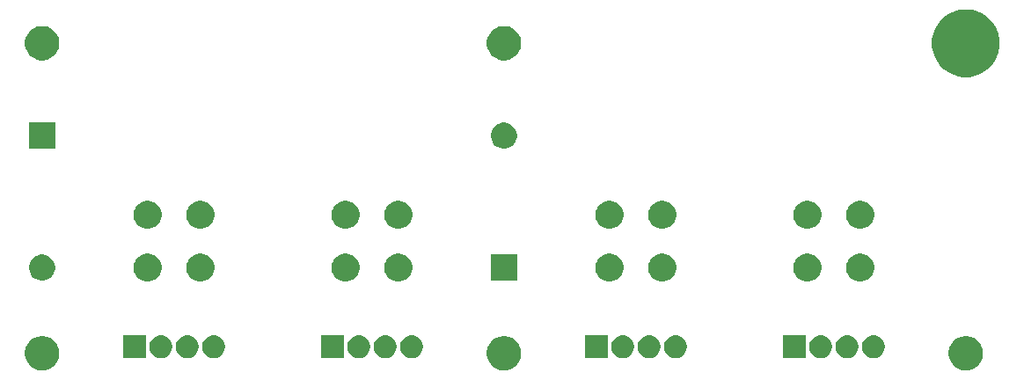
<source format=gbr>
G04 #@! TF.GenerationSoftware,KiCad,Pcbnew,(5.1.5)-3*
G04 #@! TF.CreationDate,2020-04-17T22:42:38-05:00*
G04 #@! TF.ProjectId,Breadboard-Power-Connectors,42726561-6462-46f6-9172-642d506f7765,rev?*
G04 #@! TF.SameCoordinates,Original*
G04 #@! TF.FileFunction,Soldermask,Bot*
G04 #@! TF.FilePolarity,Negative*
%FSLAX46Y46*%
G04 Gerber Fmt 4.6, Leading zero omitted, Abs format (unit mm)*
G04 Created by KiCad (PCBNEW (5.1.5)-3) date 2020-04-17 22:42:38*
%MOMM*%
%LPD*%
G04 APERTURE LIST*
%ADD10C,0.100000*%
G04 APERTURE END LIST*
D10*
G36*
X190865246Y-91734307D02*
G01*
X190981579Y-91757447D01*
X191282042Y-91881903D01*
X191552451Y-92062585D01*
X191782415Y-92292549D01*
X191782416Y-92292551D01*
X191963098Y-92562960D01*
X191979087Y-92601561D01*
X192068921Y-92818439D01*
X192087553Y-92863422D01*
X192151000Y-93182389D01*
X192151000Y-93507611D01*
X192115577Y-93685693D01*
X192087553Y-93826579D01*
X191963097Y-94127042D01*
X191782415Y-94397451D01*
X191552451Y-94627415D01*
X191282042Y-94808097D01*
X190981579Y-94932553D01*
X190875256Y-94953702D01*
X190662611Y-94996000D01*
X190337389Y-94996000D01*
X190124744Y-94953702D01*
X190018421Y-94932553D01*
X189717958Y-94808097D01*
X189447549Y-94627415D01*
X189217585Y-94397451D01*
X189036903Y-94127042D01*
X188912447Y-93826579D01*
X188884423Y-93685693D01*
X188849000Y-93507611D01*
X188849000Y-93182389D01*
X188912447Y-92863422D01*
X188931080Y-92818439D01*
X189020913Y-92601561D01*
X189036902Y-92562960D01*
X189217584Y-92292551D01*
X189217585Y-92292549D01*
X189447549Y-92062585D01*
X189717958Y-91881903D01*
X190018421Y-91757447D01*
X190134754Y-91734307D01*
X190337389Y-91694000D01*
X190662611Y-91694000D01*
X190865246Y-91734307D01*
G37*
G36*
X101965246Y-91734307D02*
G01*
X102081579Y-91757447D01*
X102382042Y-91881903D01*
X102652451Y-92062585D01*
X102882415Y-92292549D01*
X102882416Y-92292551D01*
X103063098Y-92562960D01*
X103079087Y-92601561D01*
X103168921Y-92818439D01*
X103187553Y-92863422D01*
X103251000Y-93182389D01*
X103251000Y-93507611D01*
X103215577Y-93685693D01*
X103187553Y-93826579D01*
X103063097Y-94127042D01*
X102882415Y-94397451D01*
X102652451Y-94627415D01*
X102382042Y-94808097D01*
X102081579Y-94932553D01*
X101975256Y-94953702D01*
X101762611Y-94996000D01*
X101437389Y-94996000D01*
X101224744Y-94953702D01*
X101118421Y-94932553D01*
X100817958Y-94808097D01*
X100547549Y-94627415D01*
X100317585Y-94397451D01*
X100136903Y-94127042D01*
X100012447Y-93826579D01*
X99984423Y-93685693D01*
X99949000Y-93507611D01*
X99949000Y-93182389D01*
X100012447Y-92863422D01*
X100031080Y-92818439D01*
X100120913Y-92601561D01*
X100136902Y-92562960D01*
X100317584Y-92292551D01*
X100317585Y-92292549D01*
X100547549Y-92062585D01*
X100817958Y-91881903D01*
X101118421Y-91757447D01*
X101234754Y-91734307D01*
X101437389Y-91694000D01*
X101762611Y-91694000D01*
X101965246Y-91734307D01*
G37*
G36*
X146415246Y-91734307D02*
G01*
X146531579Y-91757447D01*
X146832042Y-91881903D01*
X147102451Y-92062585D01*
X147332415Y-92292549D01*
X147332416Y-92292551D01*
X147513098Y-92562960D01*
X147529087Y-92601561D01*
X147618921Y-92818439D01*
X147637553Y-92863422D01*
X147701000Y-93182389D01*
X147701000Y-93507611D01*
X147665577Y-93685693D01*
X147637553Y-93826579D01*
X147513097Y-94127042D01*
X147332415Y-94397451D01*
X147102451Y-94627415D01*
X146832042Y-94808097D01*
X146531579Y-94932553D01*
X146425256Y-94953702D01*
X146212611Y-94996000D01*
X145887389Y-94996000D01*
X145674744Y-94953702D01*
X145568421Y-94932553D01*
X145267958Y-94808097D01*
X144997549Y-94627415D01*
X144767585Y-94397451D01*
X144586903Y-94127042D01*
X144462447Y-93826579D01*
X144434423Y-93685693D01*
X144399000Y-93507611D01*
X144399000Y-93182389D01*
X144462447Y-92863422D01*
X144481080Y-92818439D01*
X144570913Y-92601561D01*
X144586902Y-92562960D01*
X144767584Y-92292551D01*
X144767585Y-92292549D01*
X144997549Y-92062585D01*
X145267958Y-91881903D01*
X145568421Y-91757447D01*
X145684754Y-91734307D01*
X145887389Y-91694000D01*
X146212611Y-91694000D01*
X146415246Y-91734307D01*
G37*
G36*
X137374794Y-91630155D02*
G01*
X137481150Y-91651311D01*
X137581334Y-91692809D01*
X137681520Y-91734307D01*
X137861844Y-91854795D01*
X138015205Y-92008156D01*
X138135693Y-92188480D01*
X138218689Y-92388851D01*
X138261000Y-92601560D01*
X138261000Y-92818440D01*
X138218689Y-93031149D01*
X138135693Y-93231520D01*
X138015205Y-93411844D01*
X137861844Y-93565205D01*
X137681520Y-93685693D01*
X137481150Y-93768689D01*
X137374795Y-93789844D01*
X137268440Y-93811000D01*
X137051560Y-93811000D01*
X136945205Y-93789844D01*
X136838850Y-93768689D01*
X136738666Y-93727191D01*
X136638480Y-93685693D01*
X136458156Y-93565205D01*
X136304795Y-93411844D01*
X136184307Y-93231520D01*
X136101311Y-93031149D01*
X136059000Y-92818440D01*
X136059000Y-92601560D01*
X136101311Y-92388851D01*
X136184307Y-92188480D01*
X136304795Y-92008156D01*
X136458156Y-91854795D01*
X136638480Y-91734307D01*
X136738666Y-91692809D01*
X136838850Y-91651311D01*
X136945206Y-91630155D01*
X137051560Y-91609000D01*
X137268440Y-91609000D01*
X137374794Y-91630155D01*
G37*
G36*
X162774794Y-91630155D02*
G01*
X162881150Y-91651311D01*
X162981334Y-91692809D01*
X163081520Y-91734307D01*
X163261844Y-91854795D01*
X163415205Y-92008156D01*
X163535693Y-92188480D01*
X163618689Y-92388851D01*
X163661000Y-92601560D01*
X163661000Y-92818440D01*
X163618689Y-93031149D01*
X163535693Y-93231520D01*
X163415205Y-93411844D01*
X163261844Y-93565205D01*
X163081520Y-93685693D01*
X162881150Y-93768689D01*
X162774795Y-93789844D01*
X162668440Y-93811000D01*
X162451560Y-93811000D01*
X162345205Y-93789844D01*
X162238850Y-93768689D01*
X162138666Y-93727191D01*
X162038480Y-93685693D01*
X161858156Y-93565205D01*
X161704795Y-93411844D01*
X161584307Y-93231520D01*
X161501311Y-93031149D01*
X161459000Y-92818440D01*
X161459000Y-92601560D01*
X161501311Y-92388851D01*
X161584307Y-92188480D01*
X161704795Y-92008156D01*
X161858156Y-91854795D01*
X162038480Y-91734307D01*
X162138666Y-91692809D01*
X162238850Y-91651311D01*
X162345206Y-91630155D01*
X162451560Y-91609000D01*
X162668440Y-91609000D01*
X162774794Y-91630155D01*
G37*
G36*
X160234794Y-91630155D02*
G01*
X160341150Y-91651311D01*
X160441334Y-91692809D01*
X160541520Y-91734307D01*
X160721844Y-91854795D01*
X160875205Y-92008156D01*
X160995693Y-92188480D01*
X161078689Y-92388851D01*
X161121000Y-92601560D01*
X161121000Y-92818440D01*
X161078689Y-93031149D01*
X160995693Y-93231520D01*
X160875205Y-93411844D01*
X160721844Y-93565205D01*
X160541520Y-93685693D01*
X160341150Y-93768689D01*
X160234795Y-93789844D01*
X160128440Y-93811000D01*
X159911560Y-93811000D01*
X159805205Y-93789844D01*
X159698850Y-93768689D01*
X159598666Y-93727191D01*
X159498480Y-93685693D01*
X159318156Y-93565205D01*
X159164795Y-93411844D01*
X159044307Y-93231520D01*
X158961311Y-93031149D01*
X158919000Y-92818440D01*
X158919000Y-92601560D01*
X158961311Y-92388851D01*
X159044307Y-92188480D01*
X159164795Y-92008156D01*
X159318156Y-91854795D01*
X159498480Y-91734307D01*
X159598666Y-91692809D01*
X159698850Y-91651311D01*
X159805206Y-91630155D01*
X159911560Y-91609000D01*
X160128440Y-91609000D01*
X160234794Y-91630155D01*
G37*
G36*
X157694794Y-91630155D02*
G01*
X157801150Y-91651311D01*
X157901334Y-91692809D01*
X158001520Y-91734307D01*
X158181844Y-91854795D01*
X158335205Y-92008156D01*
X158455693Y-92188480D01*
X158538689Y-92388851D01*
X158581000Y-92601560D01*
X158581000Y-92818440D01*
X158538689Y-93031149D01*
X158455693Y-93231520D01*
X158335205Y-93411844D01*
X158181844Y-93565205D01*
X158001520Y-93685693D01*
X157801150Y-93768689D01*
X157694795Y-93789844D01*
X157588440Y-93811000D01*
X157371560Y-93811000D01*
X157265205Y-93789844D01*
X157158850Y-93768689D01*
X157058666Y-93727191D01*
X156958480Y-93685693D01*
X156778156Y-93565205D01*
X156624795Y-93411844D01*
X156504307Y-93231520D01*
X156421311Y-93031149D01*
X156379000Y-92818440D01*
X156379000Y-92601560D01*
X156421311Y-92388851D01*
X156504307Y-92188480D01*
X156624795Y-92008156D01*
X156778156Y-91854795D01*
X156958480Y-91734307D01*
X157058666Y-91692809D01*
X157158850Y-91651311D01*
X157265206Y-91630155D01*
X157371560Y-91609000D01*
X157588440Y-91609000D01*
X157694794Y-91630155D01*
G37*
G36*
X156041000Y-93811000D02*
G01*
X153839000Y-93811000D01*
X153839000Y-91609000D01*
X156041000Y-91609000D01*
X156041000Y-93811000D01*
G37*
G36*
X130641000Y-93811000D02*
G01*
X128439000Y-93811000D01*
X128439000Y-91609000D01*
X130641000Y-91609000D01*
X130641000Y-93811000D01*
G37*
G36*
X132294794Y-91630155D02*
G01*
X132401150Y-91651311D01*
X132501334Y-91692809D01*
X132601520Y-91734307D01*
X132781844Y-91854795D01*
X132935205Y-92008156D01*
X133055693Y-92188480D01*
X133138689Y-92388851D01*
X133181000Y-92601560D01*
X133181000Y-92818440D01*
X133138689Y-93031149D01*
X133055693Y-93231520D01*
X132935205Y-93411844D01*
X132781844Y-93565205D01*
X132601520Y-93685693D01*
X132401150Y-93768689D01*
X132294795Y-93789844D01*
X132188440Y-93811000D01*
X131971560Y-93811000D01*
X131865205Y-93789844D01*
X131758850Y-93768689D01*
X131658666Y-93727191D01*
X131558480Y-93685693D01*
X131378156Y-93565205D01*
X131224795Y-93411844D01*
X131104307Y-93231520D01*
X131021311Y-93031149D01*
X130979000Y-92818440D01*
X130979000Y-92601560D01*
X131021311Y-92388851D01*
X131104307Y-92188480D01*
X131224795Y-92008156D01*
X131378156Y-91854795D01*
X131558480Y-91734307D01*
X131658666Y-91692809D01*
X131758850Y-91651311D01*
X131865206Y-91630155D01*
X131971560Y-91609000D01*
X132188440Y-91609000D01*
X132294794Y-91630155D01*
G37*
G36*
X134834794Y-91630155D02*
G01*
X134941150Y-91651311D01*
X135041334Y-91692809D01*
X135141520Y-91734307D01*
X135321844Y-91854795D01*
X135475205Y-92008156D01*
X135595693Y-92188480D01*
X135678689Y-92388851D01*
X135721000Y-92601560D01*
X135721000Y-92818440D01*
X135678689Y-93031149D01*
X135595693Y-93231520D01*
X135475205Y-93411844D01*
X135321844Y-93565205D01*
X135141520Y-93685693D01*
X134941150Y-93768689D01*
X134834795Y-93789844D01*
X134728440Y-93811000D01*
X134511560Y-93811000D01*
X134405205Y-93789844D01*
X134298850Y-93768689D01*
X134198666Y-93727191D01*
X134098480Y-93685693D01*
X133918156Y-93565205D01*
X133764795Y-93411844D01*
X133644307Y-93231520D01*
X133561311Y-93031149D01*
X133519000Y-92818440D01*
X133519000Y-92601560D01*
X133561311Y-92388851D01*
X133644307Y-92188480D01*
X133764795Y-92008156D01*
X133918156Y-91854795D01*
X134098480Y-91734307D01*
X134198666Y-91692809D01*
X134298850Y-91651311D01*
X134405206Y-91630155D01*
X134511560Y-91609000D01*
X134728440Y-91609000D01*
X134834794Y-91630155D01*
G37*
G36*
X118324794Y-91630155D02*
G01*
X118431150Y-91651311D01*
X118531334Y-91692809D01*
X118631520Y-91734307D01*
X118811844Y-91854795D01*
X118965205Y-92008156D01*
X119085693Y-92188480D01*
X119168689Y-92388851D01*
X119211000Y-92601560D01*
X119211000Y-92818440D01*
X119168689Y-93031149D01*
X119085693Y-93231520D01*
X118965205Y-93411844D01*
X118811844Y-93565205D01*
X118631520Y-93685693D01*
X118431150Y-93768689D01*
X118324795Y-93789844D01*
X118218440Y-93811000D01*
X118001560Y-93811000D01*
X117895205Y-93789844D01*
X117788850Y-93768689D01*
X117688666Y-93727191D01*
X117588480Y-93685693D01*
X117408156Y-93565205D01*
X117254795Y-93411844D01*
X117134307Y-93231520D01*
X117051311Y-93031149D01*
X117009000Y-92818440D01*
X117009000Y-92601560D01*
X117051311Y-92388851D01*
X117134307Y-92188480D01*
X117254795Y-92008156D01*
X117408156Y-91854795D01*
X117588480Y-91734307D01*
X117688666Y-91692809D01*
X117788850Y-91651311D01*
X117895206Y-91630155D01*
X118001560Y-91609000D01*
X118218440Y-91609000D01*
X118324794Y-91630155D01*
G37*
G36*
X113244794Y-91630155D02*
G01*
X113351150Y-91651311D01*
X113451334Y-91692809D01*
X113551520Y-91734307D01*
X113731844Y-91854795D01*
X113885205Y-92008156D01*
X114005693Y-92188480D01*
X114088689Y-92388851D01*
X114131000Y-92601560D01*
X114131000Y-92818440D01*
X114088689Y-93031149D01*
X114005693Y-93231520D01*
X113885205Y-93411844D01*
X113731844Y-93565205D01*
X113551520Y-93685693D01*
X113351150Y-93768689D01*
X113244795Y-93789844D01*
X113138440Y-93811000D01*
X112921560Y-93811000D01*
X112815205Y-93789844D01*
X112708850Y-93768689D01*
X112608666Y-93727191D01*
X112508480Y-93685693D01*
X112328156Y-93565205D01*
X112174795Y-93411844D01*
X112054307Y-93231520D01*
X111971311Y-93031149D01*
X111929000Y-92818440D01*
X111929000Y-92601560D01*
X111971311Y-92388851D01*
X112054307Y-92188480D01*
X112174795Y-92008156D01*
X112328156Y-91854795D01*
X112508480Y-91734307D01*
X112608666Y-91692809D01*
X112708850Y-91651311D01*
X112815206Y-91630155D01*
X112921560Y-91609000D01*
X113138440Y-91609000D01*
X113244794Y-91630155D01*
G37*
G36*
X111591000Y-93811000D02*
G01*
X109389000Y-93811000D01*
X109389000Y-91609000D01*
X111591000Y-91609000D01*
X111591000Y-93811000D01*
G37*
G36*
X175091000Y-93811000D02*
G01*
X172889000Y-93811000D01*
X172889000Y-91609000D01*
X175091000Y-91609000D01*
X175091000Y-93811000D01*
G37*
G36*
X176744794Y-91630155D02*
G01*
X176851150Y-91651311D01*
X176951334Y-91692809D01*
X177051520Y-91734307D01*
X177231844Y-91854795D01*
X177385205Y-92008156D01*
X177505693Y-92188480D01*
X177588689Y-92388851D01*
X177631000Y-92601560D01*
X177631000Y-92818440D01*
X177588689Y-93031149D01*
X177505693Y-93231520D01*
X177385205Y-93411844D01*
X177231844Y-93565205D01*
X177051520Y-93685693D01*
X176851150Y-93768689D01*
X176744795Y-93789844D01*
X176638440Y-93811000D01*
X176421560Y-93811000D01*
X176315205Y-93789844D01*
X176208850Y-93768689D01*
X176108666Y-93727191D01*
X176008480Y-93685693D01*
X175828156Y-93565205D01*
X175674795Y-93411844D01*
X175554307Y-93231520D01*
X175471311Y-93031149D01*
X175429000Y-92818440D01*
X175429000Y-92601560D01*
X175471311Y-92388851D01*
X175554307Y-92188480D01*
X175674795Y-92008156D01*
X175828156Y-91854795D01*
X176008480Y-91734307D01*
X176108666Y-91692809D01*
X176208850Y-91651311D01*
X176315206Y-91630155D01*
X176421560Y-91609000D01*
X176638440Y-91609000D01*
X176744794Y-91630155D01*
G37*
G36*
X181824794Y-91630155D02*
G01*
X181931150Y-91651311D01*
X182031334Y-91692809D01*
X182131520Y-91734307D01*
X182311844Y-91854795D01*
X182465205Y-92008156D01*
X182585693Y-92188480D01*
X182668689Y-92388851D01*
X182711000Y-92601560D01*
X182711000Y-92818440D01*
X182668689Y-93031149D01*
X182585693Y-93231520D01*
X182465205Y-93411844D01*
X182311844Y-93565205D01*
X182131520Y-93685693D01*
X181931150Y-93768689D01*
X181824795Y-93789844D01*
X181718440Y-93811000D01*
X181501560Y-93811000D01*
X181395205Y-93789844D01*
X181288850Y-93768689D01*
X181188666Y-93727191D01*
X181088480Y-93685693D01*
X180908156Y-93565205D01*
X180754795Y-93411844D01*
X180634307Y-93231520D01*
X180551311Y-93031149D01*
X180509000Y-92818440D01*
X180509000Y-92601560D01*
X180551311Y-92388851D01*
X180634307Y-92188480D01*
X180754795Y-92008156D01*
X180908156Y-91854795D01*
X181088480Y-91734307D01*
X181188666Y-91692809D01*
X181288850Y-91651311D01*
X181395206Y-91630155D01*
X181501560Y-91609000D01*
X181718440Y-91609000D01*
X181824794Y-91630155D01*
G37*
G36*
X179284794Y-91630155D02*
G01*
X179391150Y-91651311D01*
X179491334Y-91692809D01*
X179591520Y-91734307D01*
X179771844Y-91854795D01*
X179925205Y-92008156D01*
X180045693Y-92188480D01*
X180128689Y-92388851D01*
X180171000Y-92601560D01*
X180171000Y-92818440D01*
X180128689Y-93031149D01*
X180045693Y-93231520D01*
X179925205Y-93411844D01*
X179771844Y-93565205D01*
X179591520Y-93685693D01*
X179391150Y-93768689D01*
X179284795Y-93789844D01*
X179178440Y-93811000D01*
X178961560Y-93811000D01*
X178855205Y-93789844D01*
X178748850Y-93768689D01*
X178648666Y-93727191D01*
X178548480Y-93685693D01*
X178368156Y-93565205D01*
X178214795Y-93411844D01*
X178094307Y-93231520D01*
X178011311Y-93031149D01*
X177969000Y-92818440D01*
X177969000Y-92601560D01*
X178011311Y-92388851D01*
X178094307Y-92188480D01*
X178214795Y-92008156D01*
X178368156Y-91854795D01*
X178548480Y-91734307D01*
X178648666Y-91692809D01*
X178748850Y-91651311D01*
X178855206Y-91630155D01*
X178961560Y-91609000D01*
X179178440Y-91609000D01*
X179284794Y-91630155D01*
G37*
G36*
X115784794Y-91630155D02*
G01*
X115891150Y-91651311D01*
X115991334Y-91692809D01*
X116091520Y-91734307D01*
X116271844Y-91854795D01*
X116425205Y-92008156D01*
X116545693Y-92188480D01*
X116628689Y-92388851D01*
X116671000Y-92601560D01*
X116671000Y-92818440D01*
X116628689Y-93031149D01*
X116545693Y-93231520D01*
X116425205Y-93411844D01*
X116271844Y-93565205D01*
X116091520Y-93685693D01*
X115891150Y-93768689D01*
X115784795Y-93789844D01*
X115678440Y-93811000D01*
X115461560Y-93811000D01*
X115355205Y-93789844D01*
X115248850Y-93768689D01*
X115148666Y-93727191D01*
X115048480Y-93685693D01*
X114868156Y-93565205D01*
X114714795Y-93411844D01*
X114594307Y-93231520D01*
X114511311Y-93031149D01*
X114469000Y-92818440D01*
X114469000Y-92601560D01*
X114511311Y-92388851D01*
X114594307Y-92188480D01*
X114714795Y-92008156D01*
X114868156Y-91854795D01*
X115048480Y-91734307D01*
X115148666Y-91692809D01*
X115248850Y-91651311D01*
X115355206Y-91630155D01*
X115461560Y-91609000D01*
X115678440Y-91609000D01*
X115784794Y-91630155D01*
G37*
G36*
X112154072Y-83790918D02*
G01*
X112399939Y-83892759D01*
X112511328Y-83967187D01*
X112621211Y-84040609D01*
X112809391Y-84228789D01*
X112957242Y-84450063D01*
X113059082Y-84695928D01*
X113111000Y-84956937D01*
X113111000Y-85223063D01*
X113059082Y-85484072D01*
X112957242Y-85729937D01*
X112851986Y-85887464D01*
X112809390Y-85951212D01*
X112621212Y-86139390D01*
X112399939Y-86287241D01*
X112399938Y-86287242D01*
X112399937Y-86287242D01*
X112154072Y-86389082D01*
X111893063Y-86441000D01*
X111626937Y-86441000D01*
X111365928Y-86389082D01*
X111120063Y-86287242D01*
X111120062Y-86287242D01*
X111120061Y-86287241D01*
X110898788Y-86139390D01*
X110710610Y-85951212D01*
X110668015Y-85887464D01*
X110562758Y-85729937D01*
X110460918Y-85484072D01*
X110409000Y-85223063D01*
X110409000Y-84956937D01*
X110460918Y-84695928D01*
X110562758Y-84450063D01*
X110710609Y-84228789D01*
X110898789Y-84040609D01*
X111008672Y-83967187D01*
X111120061Y-83892759D01*
X111365928Y-83790918D01*
X111626937Y-83739000D01*
X111893063Y-83739000D01*
X112154072Y-83790918D01*
G37*
G36*
X175654072Y-83790918D02*
G01*
X175899939Y-83892759D01*
X176011328Y-83967187D01*
X176121211Y-84040609D01*
X176309391Y-84228789D01*
X176457242Y-84450063D01*
X176559082Y-84695928D01*
X176611000Y-84956937D01*
X176611000Y-85223063D01*
X176559082Y-85484072D01*
X176457242Y-85729937D01*
X176351986Y-85887464D01*
X176309390Y-85951212D01*
X176121212Y-86139390D01*
X175899939Y-86287241D01*
X175899938Y-86287242D01*
X175899937Y-86287242D01*
X175654072Y-86389082D01*
X175393063Y-86441000D01*
X175126937Y-86441000D01*
X174865928Y-86389082D01*
X174620063Y-86287242D01*
X174620062Y-86287242D01*
X174620061Y-86287241D01*
X174398788Y-86139390D01*
X174210610Y-85951212D01*
X174168015Y-85887464D01*
X174062758Y-85729937D01*
X173960918Y-85484072D01*
X173909000Y-85223063D01*
X173909000Y-84956937D01*
X173960918Y-84695928D01*
X174062758Y-84450063D01*
X174210609Y-84228789D01*
X174398789Y-84040609D01*
X174508672Y-83967187D01*
X174620061Y-83892759D01*
X174865928Y-83790918D01*
X175126937Y-83739000D01*
X175393063Y-83739000D01*
X175654072Y-83790918D01*
G37*
G36*
X180734072Y-83790918D02*
G01*
X180979939Y-83892759D01*
X181091328Y-83967187D01*
X181201211Y-84040609D01*
X181389391Y-84228789D01*
X181537242Y-84450063D01*
X181639082Y-84695928D01*
X181691000Y-84956937D01*
X181691000Y-85223063D01*
X181639082Y-85484072D01*
X181537242Y-85729937D01*
X181431986Y-85887464D01*
X181389390Y-85951212D01*
X181201212Y-86139390D01*
X180979939Y-86287241D01*
X180979938Y-86287242D01*
X180979937Y-86287242D01*
X180734072Y-86389082D01*
X180473063Y-86441000D01*
X180206937Y-86441000D01*
X179945928Y-86389082D01*
X179700063Y-86287242D01*
X179700062Y-86287242D01*
X179700061Y-86287241D01*
X179478788Y-86139390D01*
X179290610Y-85951212D01*
X179248015Y-85887464D01*
X179142758Y-85729937D01*
X179040918Y-85484072D01*
X178989000Y-85223063D01*
X178989000Y-84956937D01*
X179040918Y-84695928D01*
X179142758Y-84450063D01*
X179290609Y-84228789D01*
X179478789Y-84040609D01*
X179588672Y-83967187D01*
X179700061Y-83892759D01*
X179945928Y-83790918D01*
X180206937Y-83739000D01*
X180473063Y-83739000D01*
X180734072Y-83790918D01*
G37*
G36*
X117234072Y-83790918D02*
G01*
X117479939Y-83892759D01*
X117591328Y-83967187D01*
X117701211Y-84040609D01*
X117889391Y-84228789D01*
X118037242Y-84450063D01*
X118139082Y-84695928D01*
X118191000Y-84956937D01*
X118191000Y-85223063D01*
X118139082Y-85484072D01*
X118037242Y-85729937D01*
X117931986Y-85887464D01*
X117889390Y-85951212D01*
X117701212Y-86139390D01*
X117479939Y-86287241D01*
X117479938Y-86287242D01*
X117479937Y-86287242D01*
X117234072Y-86389082D01*
X116973063Y-86441000D01*
X116706937Y-86441000D01*
X116445928Y-86389082D01*
X116200063Y-86287242D01*
X116200062Y-86287242D01*
X116200061Y-86287241D01*
X115978788Y-86139390D01*
X115790610Y-85951212D01*
X115748015Y-85887464D01*
X115642758Y-85729937D01*
X115540918Y-85484072D01*
X115489000Y-85223063D01*
X115489000Y-84956937D01*
X115540918Y-84695928D01*
X115642758Y-84450063D01*
X115790609Y-84228789D01*
X115978789Y-84040609D01*
X116088672Y-83967187D01*
X116200061Y-83892759D01*
X116445928Y-83790918D01*
X116706937Y-83739000D01*
X116973063Y-83739000D01*
X117234072Y-83790918D01*
G37*
G36*
X136284072Y-83790918D02*
G01*
X136529939Y-83892759D01*
X136641328Y-83967187D01*
X136751211Y-84040609D01*
X136939391Y-84228789D01*
X137087242Y-84450063D01*
X137189082Y-84695928D01*
X137241000Y-84956937D01*
X137241000Y-85223063D01*
X137189082Y-85484072D01*
X137087242Y-85729937D01*
X136981986Y-85887464D01*
X136939390Y-85951212D01*
X136751212Y-86139390D01*
X136529939Y-86287241D01*
X136529938Y-86287242D01*
X136529937Y-86287242D01*
X136284072Y-86389082D01*
X136023063Y-86441000D01*
X135756937Y-86441000D01*
X135495928Y-86389082D01*
X135250063Y-86287242D01*
X135250062Y-86287242D01*
X135250061Y-86287241D01*
X135028788Y-86139390D01*
X134840610Y-85951212D01*
X134798015Y-85887464D01*
X134692758Y-85729937D01*
X134590918Y-85484072D01*
X134539000Y-85223063D01*
X134539000Y-84956937D01*
X134590918Y-84695928D01*
X134692758Y-84450063D01*
X134840609Y-84228789D01*
X135028789Y-84040609D01*
X135138672Y-83967187D01*
X135250061Y-83892759D01*
X135495928Y-83790918D01*
X135756937Y-83739000D01*
X136023063Y-83739000D01*
X136284072Y-83790918D01*
G37*
G36*
X156604072Y-83790918D02*
G01*
X156849939Y-83892759D01*
X156961328Y-83967187D01*
X157071211Y-84040609D01*
X157259391Y-84228789D01*
X157407242Y-84450063D01*
X157509082Y-84695928D01*
X157561000Y-84956937D01*
X157561000Y-85223063D01*
X157509082Y-85484072D01*
X157407242Y-85729937D01*
X157301986Y-85887464D01*
X157259390Y-85951212D01*
X157071212Y-86139390D01*
X156849939Y-86287241D01*
X156849938Y-86287242D01*
X156849937Y-86287242D01*
X156604072Y-86389082D01*
X156343063Y-86441000D01*
X156076937Y-86441000D01*
X155815928Y-86389082D01*
X155570063Y-86287242D01*
X155570062Y-86287242D01*
X155570061Y-86287241D01*
X155348788Y-86139390D01*
X155160610Y-85951212D01*
X155118015Y-85887464D01*
X155012758Y-85729937D01*
X154910918Y-85484072D01*
X154859000Y-85223063D01*
X154859000Y-84956937D01*
X154910918Y-84695928D01*
X155012758Y-84450063D01*
X155160609Y-84228789D01*
X155348789Y-84040609D01*
X155458672Y-83967187D01*
X155570061Y-83892759D01*
X155815928Y-83790918D01*
X156076937Y-83739000D01*
X156343063Y-83739000D01*
X156604072Y-83790918D01*
G37*
G36*
X161684072Y-83790918D02*
G01*
X161929939Y-83892759D01*
X162041328Y-83967187D01*
X162151211Y-84040609D01*
X162339391Y-84228789D01*
X162487242Y-84450063D01*
X162589082Y-84695928D01*
X162641000Y-84956937D01*
X162641000Y-85223063D01*
X162589082Y-85484072D01*
X162487242Y-85729937D01*
X162381986Y-85887464D01*
X162339390Y-85951212D01*
X162151212Y-86139390D01*
X161929939Y-86287241D01*
X161929938Y-86287242D01*
X161929937Y-86287242D01*
X161684072Y-86389082D01*
X161423063Y-86441000D01*
X161156937Y-86441000D01*
X160895928Y-86389082D01*
X160650063Y-86287242D01*
X160650062Y-86287242D01*
X160650061Y-86287241D01*
X160428788Y-86139390D01*
X160240610Y-85951212D01*
X160198015Y-85887464D01*
X160092758Y-85729937D01*
X159990918Y-85484072D01*
X159939000Y-85223063D01*
X159939000Y-84956937D01*
X159990918Y-84695928D01*
X160092758Y-84450063D01*
X160240609Y-84228789D01*
X160428789Y-84040609D01*
X160538672Y-83967187D01*
X160650061Y-83892759D01*
X160895928Y-83790918D01*
X161156937Y-83739000D01*
X161423063Y-83739000D01*
X161684072Y-83790918D01*
G37*
G36*
X131204072Y-83790918D02*
G01*
X131449939Y-83892759D01*
X131561328Y-83967187D01*
X131671211Y-84040609D01*
X131859391Y-84228789D01*
X132007242Y-84450063D01*
X132109082Y-84695928D01*
X132161000Y-84956937D01*
X132161000Y-85223063D01*
X132109082Y-85484072D01*
X132007242Y-85729937D01*
X131901986Y-85887464D01*
X131859390Y-85951212D01*
X131671212Y-86139390D01*
X131449939Y-86287241D01*
X131449938Y-86287242D01*
X131449937Y-86287242D01*
X131204072Y-86389082D01*
X130943063Y-86441000D01*
X130676937Y-86441000D01*
X130415928Y-86389082D01*
X130170063Y-86287242D01*
X130170062Y-86287242D01*
X130170061Y-86287241D01*
X129948788Y-86139390D01*
X129760610Y-85951212D01*
X129718015Y-85887464D01*
X129612758Y-85729937D01*
X129510918Y-85484072D01*
X129459000Y-85223063D01*
X129459000Y-84956937D01*
X129510918Y-84695928D01*
X129612758Y-84450063D01*
X129760609Y-84228789D01*
X129948789Y-84040609D01*
X130058672Y-83967187D01*
X130170061Y-83892759D01*
X130415928Y-83790918D01*
X130676937Y-83739000D01*
X130943063Y-83739000D01*
X131204072Y-83790918D01*
G37*
G36*
X101964903Y-83887075D02*
G01*
X102192571Y-83981378D01*
X102397466Y-84118285D01*
X102571715Y-84292534D01*
X102708622Y-84497429D01*
X102802925Y-84725097D01*
X102851000Y-84966787D01*
X102851000Y-85213213D01*
X102802925Y-85454903D01*
X102708622Y-85682571D01*
X102571715Y-85887466D01*
X102397466Y-86061715D01*
X102192571Y-86198622D01*
X102192570Y-86198623D01*
X102192569Y-86198623D01*
X101964903Y-86292925D01*
X101723214Y-86341000D01*
X101476786Y-86341000D01*
X101235097Y-86292925D01*
X101007431Y-86198623D01*
X101007430Y-86198623D01*
X101007429Y-86198622D01*
X100802534Y-86061715D01*
X100628285Y-85887466D01*
X100491378Y-85682571D01*
X100397075Y-85454903D01*
X100349000Y-85213213D01*
X100349000Y-84966787D01*
X100397075Y-84725097D01*
X100491378Y-84497429D01*
X100628285Y-84292534D01*
X100802534Y-84118285D01*
X101007429Y-83981378D01*
X101235097Y-83887075D01*
X101476786Y-83839000D01*
X101723214Y-83839000D01*
X101964903Y-83887075D01*
G37*
G36*
X147301000Y-86341000D02*
G01*
X144799000Y-86341000D01*
X144799000Y-83839000D01*
X147301000Y-83839000D01*
X147301000Y-86341000D01*
G37*
G36*
X161684072Y-78710918D02*
G01*
X161929939Y-78812759D01*
X162151212Y-78960610D01*
X162339390Y-79148788D01*
X162487241Y-79370061D01*
X162589082Y-79615928D01*
X162641000Y-79876938D01*
X162641000Y-80143062D01*
X162589082Y-80404072D01*
X162487241Y-80649939D01*
X162339390Y-80871212D01*
X162151212Y-81059390D01*
X161929939Y-81207241D01*
X161929938Y-81207242D01*
X161929937Y-81207242D01*
X161684072Y-81309082D01*
X161423063Y-81361000D01*
X161156937Y-81361000D01*
X160895928Y-81309082D01*
X160650063Y-81207242D01*
X160650062Y-81207242D01*
X160650061Y-81207241D01*
X160428788Y-81059390D01*
X160240610Y-80871212D01*
X160092759Y-80649939D01*
X159990918Y-80404072D01*
X159939000Y-80143062D01*
X159939000Y-79876938D01*
X159990918Y-79615928D01*
X160092759Y-79370061D01*
X160240610Y-79148788D01*
X160428788Y-78960610D01*
X160650061Y-78812759D01*
X160895928Y-78710918D01*
X161156937Y-78659000D01*
X161423063Y-78659000D01*
X161684072Y-78710918D01*
G37*
G36*
X112154072Y-78710918D02*
G01*
X112399939Y-78812759D01*
X112621212Y-78960610D01*
X112809390Y-79148788D01*
X112957241Y-79370061D01*
X113059082Y-79615928D01*
X113111000Y-79876938D01*
X113111000Y-80143062D01*
X113059082Y-80404072D01*
X112957241Y-80649939D01*
X112809390Y-80871212D01*
X112621212Y-81059390D01*
X112399939Y-81207241D01*
X112399938Y-81207242D01*
X112399937Y-81207242D01*
X112154072Y-81309082D01*
X111893063Y-81361000D01*
X111626937Y-81361000D01*
X111365928Y-81309082D01*
X111120063Y-81207242D01*
X111120062Y-81207242D01*
X111120061Y-81207241D01*
X110898788Y-81059390D01*
X110710610Y-80871212D01*
X110562759Y-80649939D01*
X110460918Y-80404072D01*
X110409000Y-80143062D01*
X110409000Y-79876938D01*
X110460918Y-79615928D01*
X110562759Y-79370061D01*
X110710610Y-79148788D01*
X110898788Y-78960610D01*
X111120061Y-78812759D01*
X111365928Y-78710918D01*
X111626937Y-78659000D01*
X111893063Y-78659000D01*
X112154072Y-78710918D01*
G37*
G36*
X117234072Y-78710918D02*
G01*
X117479939Y-78812759D01*
X117701212Y-78960610D01*
X117889390Y-79148788D01*
X118037241Y-79370061D01*
X118139082Y-79615928D01*
X118191000Y-79876938D01*
X118191000Y-80143062D01*
X118139082Y-80404072D01*
X118037241Y-80649939D01*
X117889390Y-80871212D01*
X117701212Y-81059390D01*
X117479939Y-81207241D01*
X117479938Y-81207242D01*
X117479937Y-81207242D01*
X117234072Y-81309082D01*
X116973063Y-81361000D01*
X116706937Y-81361000D01*
X116445928Y-81309082D01*
X116200063Y-81207242D01*
X116200062Y-81207242D01*
X116200061Y-81207241D01*
X115978788Y-81059390D01*
X115790610Y-80871212D01*
X115642759Y-80649939D01*
X115540918Y-80404072D01*
X115489000Y-80143062D01*
X115489000Y-79876938D01*
X115540918Y-79615928D01*
X115642759Y-79370061D01*
X115790610Y-79148788D01*
X115978788Y-78960610D01*
X116200061Y-78812759D01*
X116445928Y-78710918D01*
X116706937Y-78659000D01*
X116973063Y-78659000D01*
X117234072Y-78710918D01*
G37*
G36*
X131204072Y-78710918D02*
G01*
X131449939Y-78812759D01*
X131671212Y-78960610D01*
X131859390Y-79148788D01*
X132007241Y-79370061D01*
X132109082Y-79615928D01*
X132161000Y-79876938D01*
X132161000Y-80143062D01*
X132109082Y-80404072D01*
X132007241Y-80649939D01*
X131859390Y-80871212D01*
X131671212Y-81059390D01*
X131449939Y-81207241D01*
X131449938Y-81207242D01*
X131449937Y-81207242D01*
X131204072Y-81309082D01*
X130943063Y-81361000D01*
X130676937Y-81361000D01*
X130415928Y-81309082D01*
X130170063Y-81207242D01*
X130170062Y-81207242D01*
X130170061Y-81207241D01*
X129948788Y-81059390D01*
X129760610Y-80871212D01*
X129612759Y-80649939D01*
X129510918Y-80404072D01*
X129459000Y-80143062D01*
X129459000Y-79876938D01*
X129510918Y-79615928D01*
X129612759Y-79370061D01*
X129760610Y-79148788D01*
X129948788Y-78960610D01*
X130170061Y-78812759D01*
X130415928Y-78710918D01*
X130676937Y-78659000D01*
X130943063Y-78659000D01*
X131204072Y-78710918D01*
G37*
G36*
X156604072Y-78710918D02*
G01*
X156849939Y-78812759D01*
X157071212Y-78960610D01*
X157259390Y-79148788D01*
X157407241Y-79370061D01*
X157509082Y-79615928D01*
X157561000Y-79876938D01*
X157561000Y-80143062D01*
X157509082Y-80404072D01*
X157407241Y-80649939D01*
X157259390Y-80871212D01*
X157071212Y-81059390D01*
X156849939Y-81207241D01*
X156849938Y-81207242D01*
X156849937Y-81207242D01*
X156604072Y-81309082D01*
X156343063Y-81361000D01*
X156076937Y-81361000D01*
X155815928Y-81309082D01*
X155570063Y-81207242D01*
X155570062Y-81207242D01*
X155570061Y-81207241D01*
X155348788Y-81059390D01*
X155160610Y-80871212D01*
X155012759Y-80649939D01*
X154910918Y-80404072D01*
X154859000Y-80143062D01*
X154859000Y-79876938D01*
X154910918Y-79615928D01*
X155012759Y-79370061D01*
X155160610Y-79148788D01*
X155348788Y-78960610D01*
X155570061Y-78812759D01*
X155815928Y-78710918D01*
X156076937Y-78659000D01*
X156343063Y-78659000D01*
X156604072Y-78710918D01*
G37*
G36*
X175654072Y-78710918D02*
G01*
X175899939Y-78812759D01*
X176121212Y-78960610D01*
X176309390Y-79148788D01*
X176457241Y-79370061D01*
X176559082Y-79615928D01*
X176611000Y-79876938D01*
X176611000Y-80143062D01*
X176559082Y-80404072D01*
X176457241Y-80649939D01*
X176309390Y-80871212D01*
X176121212Y-81059390D01*
X175899939Y-81207241D01*
X175899938Y-81207242D01*
X175899937Y-81207242D01*
X175654072Y-81309082D01*
X175393063Y-81361000D01*
X175126937Y-81361000D01*
X174865928Y-81309082D01*
X174620063Y-81207242D01*
X174620062Y-81207242D01*
X174620061Y-81207241D01*
X174398788Y-81059390D01*
X174210610Y-80871212D01*
X174062759Y-80649939D01*
X173960918Y-80404072D01*
X173909000Y-80143062D01*
X173909000Y-79876938D01*
X173960918Y-79615928D01*
X174062759Y-79370061D01*
X174210610Y-79148788D01*
X174398788Y-78960610D01*
X174620061Y-78812759D01*
X174865928Y-78710918D01*
X175126937Y-78659000D01*
X175393063Y-78659000D01*
X175654072Y-78710918D01*
G37*
G36*
X136284072Y-78710918D02*
G01*
X136529939Y-78812759D01*
X136751212Y-78960610D01*
X136939390Y-79148788D01*
X137087241Y-79370061D01*
X137189082Y-79615928D01*
X137241000Y-79876938D01*
X137241000Y-80143062D01*
X137189082Y-80404072D01*
X137087241Y-80649939D01*
X136939390Y-80871212D01*
X136751212Y-81059390D01*
X136529939Y-81207241D01*
X136529938Y-81207242D01*
X136529937Y-81207242D01*
X136284072Y-81309082D01*
X136023063Y-81361000D01*
X135756937Y-81361000D01*
X135495928Y-81309082D01*
X135250063Y-81207242D01*
X135250062Y-81207242D01*
X135250061Y-81207241D01*
X135028788Y-81059390D01*
X134840610Y-80871212D01*
X134692759Y-80649939D01*
X134590918Y-80404072D01*
X134539000Y-80143062D01*
X134539000Y-79876938D01*
X134590918Y-79615928D01*
X134692759Y-79370061D01*
X134840610Y-79148788D01*
X135028788Y-78960610D01*
X135250061Y-78812759D01*
X135495928Y-78710918D01*
X135756937Y-78659000D01*
X136023063Y-78659000D01*
X136284072Y-78710918D01*
G37*
G36*
X180734072Y-78710918D02*
G01*
X180979939Y-78812759D01*
X181201212Y-78960610D01*
X181389390Y-79148788D01*
X181537241Y-79370061D01*
X181639082Y-79615928D01*
X181691000Y-79876938D01*
X181691000Y-80143062D01*
X181639082Y-80404072D01*
X181537241Y-80649939D01*
X181389390Y-80871212D01*
X181201212Y-81059390D01*
X180979939Y-81207241D01*
X180979938Y-81207242D01*
X180979937Y-81207242D01*
X180734072Y-81309082D01*
X180473063Y-81361000D01*
X180206937Y-81361000D01*
X179945928Y-81309082D01*
X179700063Y-81207242D01*
X179700062Y-81207242D01*
X179700061Y-81207241D01*
X179478788Y-81059390D01*
X179290610Y-80871212D01*
X179142759Y-80649939D01*
X179040918Y-80404072D01*
X178989000Y-80143062D01*
X178989000Y-79876938D01*
X179040918Y-79615928D01*
X179142759Y-79370061D01*
X179290610Y-79148788D01*
X179478788Y-78960610D01*
X179700061Y-78812759D01*
X179945928Y-78710918D01*
X180206937Y-78659000D01*
X180473063Y-78659000D01*
X180734072Y-78710918D01*
G37*
G36*
X102851000Y-73641000D02*
G01*
X100349000Y-73641000D01*
X100349000Y-71139000D01*
X102851000Y-71139000D01*
X102851000Y-73641000D01*
G37*
G36*
X146414903Y-71187075D02*
G01*
X146642571Y-71281378D01*
X146847466Y-71418285D01*
X147021715Y-71592534D01*
X147158622Y-71797429D01*
X147252925Y-72025097D01*
X147301000Y-72266787D01*
X147301000Y-72513213D01*
X147252925Y-72754903D01*
X147158622Y-72982571D01*
X147021715Y-73187466D01*
X146847466Y-73361715D01*
X146642571Y-73498622D01*
X146642570Y-73498623D01*
X146642569Y-73498623D01*
X146414903Y-73592925D01*
X146173214Y-73641000D01*
X145926786Y-73641000D01*
X145685097Y-73592925D01*
X145457431Y-73498623D01*
X145457430Y-73498623D01*
X145457429Y-73498622D01*
X145252534Y-73361715D01*
X145078285Y-73187466D01*
X144941378Y-72982571D01*
X144847075Y-72754903D01*
X144799000Y-72513213D01*
X144799000Y-72266787D01*
X144847075Y-72025097D01*
X144941378Y-71797429D01*
X145078285Y-71592534D01*
X145252534Y-71418285D01*
X145457429Y-71281378D01*
X145685097Y-71187075D01*
X145926786Y-71139000D01*
X146173214Y-71139000D01*
X146414903Y-71187075D01*
G37*
G36*
X191134239Y-60311467D02*
G01*
X191448282Y-60373934D01*
X192039926Y-60619001D01*
X192572392Y-60974784D01*
X193025216Y-61427608D01*
X193380999Y-61960074D01*
X193626066Y-62551718D01*
X193751000Y-63179804D01*
X193751000Y-63820196D01*
X193626066Y-64448282D01*
X193380999Y-65039926D01*
X193025216Y-65572392D01*
X192572392Y-66025216D01*
X192039926Y-66380999D01*
X191448282Y-66626066D01*
X191134239Y-66688533D01*
X190820197Y-66751000D01*
X190179803Y-66751000D01*
X189865761Y-66688533D01*
X189551718Y-66626066D01*
X188960074Y-66380999D01*
X188427608Y-66025216D01*
X187974784Y-65572392D01*
X187619001Y-65039926D01*
X187373934Y-64448282D01*
X187249000Y-63820196D01*
X187249000Y-63179804D01*
X187373934Y-62551718D01*
X187619001Y-61960074D01*
X187974784Y-61427608D01*
X188427608Y-60974784D01*
X188960074Y-60619001D01*
X189551718Y-60373934D01*
X189865761Y-60311467D01*
X190179803Y-60249000D01*
X190820197Y-60249000D01*
X191134239Y-60311467D01*
G37*
G36*
X101975256Y-61891298D02*
G01*
X102081579Y-61912447D01*
X102382042Y-62036903D01*
X102652451Y-62217585D01*
X102882415Y-62447549D01*
X103063097Y-62717958D01*
X103187553Y-63018421D01*
X103251000Y-63337391D01*
X103251000Y-63662609D01*
X103187553Y-63981579D01*
X103063097Y-64282042D01*
X102882415Y-64552451D01*
X102652451Y-64782415D01*
X102382042Y-64963097D01*
X102081579Y-65087553D01*
X101975256Y-65108702D01*
X101762611Y-65151000D01*
X101437389Y-65151000D01*
X101224744Y-65108702D01*
X101118421Y-65087553D01*
X100817958Y-64963097D01*
X100547549Y-64782415D01*
X100317585Y-64552451D01*
X100136903Y-64282042D01*
X100012447Y-63981579D01*
X99949000Y-63662609D01*
X99949000Y-63337391D01*
X100012447Y-63018421D01*
X100136903Y-62717958D01*
X100317585Y-62447549D01*
X100547549Y-62217585D01*
X100817958Y-62036903D01*
X101118421Y-61912447D01*
X101224744Y-61891298D01*
X101437389Y-61849000D01*
X101762611Y-61849000D01*
X101975256Y-61891298D01*
G37*
G36*
X146425256Y-61891298D02*
G01*
X146531579Y-61912447D01*
X146832042Y-62036903D01*
X147102451Y-62217585D01*
X147332415Y-62447549D01*
X147513097Y-62717958D01*
X147637553Y-63018421D01*
X147701000Y-63337391D01*
X147701000Y-63662609D01*
X147637553Y-63981579D01*
X147513097Y-64282042D01*
X147332415Y-64552451D01*
X147102451Y-64782415D01*
X146832042Y-64963097D01*
X146531579Y-65087553D01*
X146425256Y-65108702D01*
X146212611Y-65151000D01*
X145887389Y-65151000D01*
X145674744Y-65108702D01*
X145568421Y-65087553D01*
X145267958Y-64963097D01*
X144997549Y-64782415D01*
X144767585Y-64552451D01*
X144586903Y-64282042D01*
X144462447Y-63981579D01*
X144399000Y-63662609D01*
X144399000Y-63337391D01*
X144462447Y-63018421D01*
X144586903Y-62717958D01*
X144767585Y-62447549D01*
X144997549Y-62217585D01*
X145267958Y-62036903D01*
X145568421Y-61912447D01*
X145674744Y-61891298D01*
X145887389Y-61849000D01*
X146212611Y-61849000D01*
X146425256Y-61891298D01*
G37*
M02*

</source>
